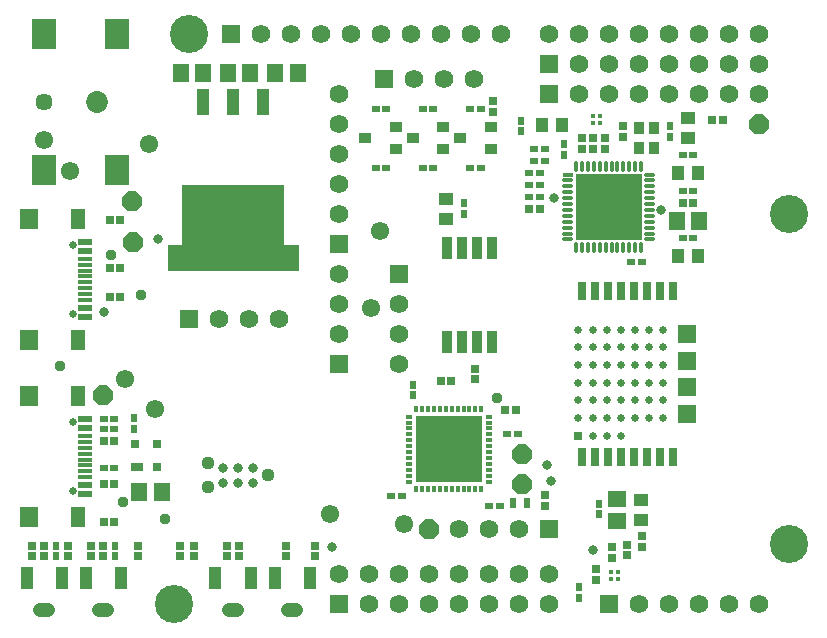
<source format=gbr>
G04 EAGLE Gerber RS-274X export*
G75*
%MOMM*%
%FSLAX34Y34*%
%LPD*%
%INSoldermask Top*%
%IPPOS*%
%AMOC8*
5,1,8,0,0,1.08239X$1,22.5*%
G01*
%ADD10C,3.225800*%
%ADD11R,0.650800X0.550800*%
%ADD12R,0.550800X0.650800*%
%ADD13R,1.050800X0.750800*%
%ADD14R,0.650800X0.750800*%
%ADD15R,0.750800X1.550800*%
%ADD16R,0.762000X1.549400*%
%ADD17C,0.650800*%
%ADD18C,0.660400*%
%ADD19R,0.650800X0.650800*%
%ADD20R,1.550800X1.550800*%
%ADD21C,1.117600*%
%ADD22C,0.838200*%
%ADD23R,0.950800X0.330800*%
%ADD24C,0.330800*%
%ADD25R,5.650800X5.650800*%
%ADD26R,0.850800X1.950800*%
%ADD27R,2.050800X2.550800*%
%ADD28C,1.450800*%
%ADD29C,1.850800*%
%ADD30R,0.450800X0.450800*%
%ADD31R,1.050800X0.850800*%
%ADD32R,1.250800X1.750800*%
%ADD33R,1.150800X0.300800*%
%ADD34R,1.550800X1.750800*%
%ADD35R,1.150800X0.550800*%
%ADD36R,1.050800X1.950800*%
%ADD37C,1.150800*%
%ADD38R,0.550800X0.850800*%
%ADD39R,1.350800X1.550800*%
%ADD40R,1.550800X1.350800*%
%ADD41R,1.050800X1.150800*%
%ADD42R,1.150800X1.050800*%
%ADD43R,1.120800X2.210800*%
%ADD44R,0.685800X1.320800*%
%ADD45R,0.950800X1.050800*%
%ADD46R,0.600800X0.350800*%
%ADD47R,0.350800X0.600800*%
%ADD48R,1.580800X1.580800*%
%ADD49C,1.580800*%
%ADD50P,1.814519X8X22.500000*%
%ADD51C,0.950800*%
%ADD52C,1.550800*%
%ADD53C,0.800800*%

G36*
X245008Y306802D02*
X245008Y306802D01*
X245017Y306801D01*
X245105Y306822D01*
X245195Y306840D01*
X245202Y306845D01*
X245210Y306847D01*
X245283Y306901D01*
X245359Y306953D01*
X245363Y306960D01*
X245370Y306965D01*
X245417Y307043D01*
X245466Y307120D01*
X245467Y307129D01*
X245472Y307136D01*
X245499Y307300D01*
X245499Y328400D01*
X245498Y328408D01*
X245499Y328417D01*
X245478Y328505D01*
X245460Y328595D01*
X245455Y328602D01*
X245453Y328610D01*
X245399Y328683D01*
X245347Y328759D01*
X245340Y328763D01*
X245335Y328770D01*
X245257Y328817D01*
X245180Y328866D01*
X245171Y328867D01*
X245164Y328872D01*
X245000Y328899D01*
X233149Y328899D01*
X233149Y379200D01*
X233148Y379205D01*
X233149Y379209D01*
X233148Y379212D01*
X233149Y379217D01*
X233128Y379305D01*
X233110Y379395D01*
X233105Y379402D01*
X233103Y379410D01*
X233049Y379483D01*
X232997Y379559D01*
X232990Y379563D01*
X232985Y379570D01*
X232907Y379617D01*
X232830Y379666D01*
X232821Y379667D01*
X232814Y379672D01*
X232650Y379699D01*
X147350Y379699D01*
X147342Y379698D01*
X147333Y379699D01*
X147245Y379678D01*
X147155Y379660D01*
X147148Y379655D01*
X147140Y379653D01*
X147067Y379599D01*
X146991Y379547D01*
X146987Y379540D01*
X146980Y379535D01*
X146933Y379457D01*
X146884Y379380D01*
X146883Y379371D01*
X146878Y379364D01*
X146851Y379200D01*
X146851Y328899D01*
X135000Y328899D01*
X134992Y328898D01*
X134983Y328899D01*
X134895Y328878D01*
X134805Y328860D01*
X134798Y328855D01*
X134790Y328853D01*
X134717Y328799D01*
X134641Y328747D01*
X134637Y328740D01*
X134630Y328735D01*
X134583Y328657D01*
X134534Y328580D01*
X134533Y328571D01*
X134528Y328564D01*
X134501Y328400D01*
X134501Y307300D01*
X134502Y307292D01*
X134501Y307283D01*
X134522Y307195D01*
X134540Y307105D01*
X134545Y307098D01*
X134547Y307090D01*
X134601Y307017D01*
X134653Y306941D01*
X134660Y306937D01*
X134665Y306930D01*
X134743Y306883D01*
X134820Y306834D01*
X134829Y306833D01*
X134836Y306828D01*
X135000Y306801D01*
X245000Y306801D01*
X245008Y306802D01*
G37*
D10*
X152400Y508000D03*
X139700Y25400D03*
X660400Y76200D03*
X660400Y355600D03*
D11*
X89500Y173000D03*
X80500Y173000D03*
X80500Y140000D03*
X89500Y140000D03*
X89500Y182000D03*
X80500Y182000D03*
D12*
X106000Y173500D03*
X106000Y182500D03*
D13*
X108500Y141000D03*
D14*
X125500Y141000D03*
X125500Y161000D03*
X106500Y161000D03*
D15*
X562300Y290000D03*
X551300Y290000D03*
X540300Y290000D03*
X529300Y290000D03*
X518300Y290000D03*
X507300Y290000D03*
X496300Y290000D03*
X485300Y290000D03*
D16*
X485300Y150000D03*
X496300Y150000D03*
X507300Y150000D03*
X518300Y150000D03*
X529300Y150000D03*
X540300Y150000D03*
X551300Y150000D03*
X562300Y150000D03*
D17*
X554300Y242500D03*
X542300Y242500D03*
X530300Y242500D03*
X518300Y242500D03*
X506300Y242500D03*
X494300Y242500D03*
X482300Y242500D03*
X554300Y227500D03*
X542300Y227500D03*
X530300Y227500D03*
X518300Y227500D03*
X506300Y227500D03*
X494300Y227500D03*
X482300Y227500D03*
X554300Y212500D03*
X542300Y212500D03*
X530300Y212500D03*
X518300Y212500D03*
X506300Y212500D03*
X494300Y212500D03*
X482300Y212500D03*
X554300Y197500D03*
X542300Y197500D03*
X530300Y197500D03*
X518300Y197500D03*
X506300Y197500D03*
X494300Y197500D03*
X482300Y197500D03*
X554300Y182500D03*
X542300Y182500D03*
X530300Y182500D03*
X518300Y182500D03*
X506300Y182500D03*
X494300Y182500D03*
X482300Y182500D03*
D18*
X518300Y167500D03*
X506300Y167500D03*
X494300Y167500D03*
D19*
X482300Y167500D03*
D20*
X574300Y253750D03*
X574300Y231250D03*
X574300Y208750D03*
X574300Y186250D03*
D17*
X554300Y257500D03*
X542300Y257500D03*
X530300Y257500D03*
X518300Y257500D03*
X506300Y257500D03*
X494300Y257500D03*
X482300Y257500D03*
D12*
X499600Y110000D03*
X499600Y101000D03*
X470000Y405500D03*
X470000Y414500D03*
D11*
X570500Y335000D03*
X579500Y335000D03*
X570500Y405000D03*
X579500Y405000D03*
X445100Y410200D03*
X454100Y410200D03*
X445100Y400200D03*
X454100Y400200D03*
X440500Y390000D03*
X449500Y390000D03*
X440500Y380000D03*
X449500Y380000D03*
X440500Y370000D03*
X449500Y370000D03*
X570500Y375000D03*
X579500Y375000D03*
D19*
X570500Y365000D03*
X579500Y365000D03*
X536000Y82500D03*
X536000Y73500D03*
X523000Y75500D03*
X523000Y66500D03*
X511000Y73500D03*
X511000Y64500D03*
X505000Y410500D03*
X505000Y419500D03*
X485000Y410500D03*
X485000Y419500D03*
X495000Y410500D03*
X495000Y419500D03*
X395000Y224500D03*
X395000Y215500D03*
X454260Y108380D03*
X454260Y117380D03*
X429300Y189800D03*
X420300Y189800D03*
D11*
X333000Y116900D03*
X324000Y116900D03*
X422100Y168700D03*
X431100Y168700D03*
X407000Y108100D03*
X416000Y108100D03*
D12*
X341900Y202000D03*
X341900Y211000D03*
D21*
X219800Y134200D03*
X169000Y124040D03*
X169000Y144360D03*
D22*
X207100Y140550D03*
X207100Y127850D03*
X194400Y140550D03*
X194400Y127850D03*
X181700Y140550D03*
X181700Y127850D03*
D23*
X473300Y388800D03*
D24*
X470200Y383800D02*
X476400Y383800D01*
X476400Y378800D02*
X470200Y378800D01*
X470200Y373800D02*
X476400Y373800D01*
X476400Y368800D02*
X470200Y368800D01*
X470200Y363800D02*
X476400Y363800D01*
X476400Y358800D02*
X470200Y358800D01*
X470200Y353800D02*
X476400Y353800D01*
X476400Y348800D02*
X470200Y348800D01*
X470200Y343800D02*
X476400Y343800D01*
X476400Y338800D02*
X470200Y338800D01*
X470200Y333800D02*
X476400Y333800D01*
X480300Y329900D02*
X480300Y323700D01*
X485300Y323700D02*
X485300Y329900D01*
X490300Y329900D02*
X490300Y323700D01*
X495300Y323700D02*
X495300Y329900D01*
X500300Y329900D02*
X500300Y323700D01*
X505300Y323700D02*
X505300Y329900D01*
X510300Y329900D02*
X510300Y323700D01*
X515300Y323700D02*
X515300Y329900D01*
X520300Y329900D02*
X520300Y323700D01*
X525300Y323700D02*
X525300Y329900D01*
X530300Y329900D02*
X530300Y323700D01*
X535300Y323700D02*
X535300Y329900D01*
X539200Y333800D02*
X545400Y333800D01*
X545400Y338800D02*
X539200Y338800D01*
X539200Y343800D02*
X545400Y343800D01*
X545400Y348800D02*
X539200Y348800D01*
X539200Y353800D02*
X545400Y353800D01*
X545400Y358800D02*
X539200Y358800D01*
X539200Y363800D02*
X545400Y363800D01*
X545400Y368800D02*
X539200Y368800D01*
X539200Y373800D02*
X545400Y373800D01*
X545400Y378800D02*
X539200Y378800D01*
X539200Y383800D02*
X545400Y383800D01*
X545400Y388800D02*
X539200Y388800D01*
X535300Y392700D02*
X535300Y398900D01*
X530300Y398900D02*
X530300Y392700D01*
X525300Y392700D02*
X525300Y398900D01*
X520300Y398900D02*
X520300Y392700D01*
X515300Y392700D02*
X515300Y398900D01*
X510300Y398900D02*
X510300Y392700D01*
X505300Y392700D02*
X505300Y398900D01*
X500300Y398900D02*
X500300Y392700D01*
X495300Y392700D02*
X495300Y398900D01*
X490300Y398900D02*
X490300Y392700D01*
X485300Y392700D02*
X485300Y398900D01*
X480300Y398900D02*
X480300Y392700D01*
D25*
X507800Y361300D03*
D19*
X449500Y360000D03*
X440500Y360000D03*
X80000Y65500D03*
X80000Y74500D03*
D26*
X370750Y247300D03*
X383450Y247300D03*
X396150Y247300D03*
X408850Y247300D03*
X408850Y326300D03*
X396150Y326300D03*
X383450Y326300D03*
X370750Y326300D03*
D19*
X259000Y65500D03*
X259000Y74500D03*
X30000Y65500D03*
X30000Y74500D03*
D11*
X350500Y394600D03*
X359500Y394600D03*
X359500Y444600D03*
X350500Y444600D03*
X399500Y444600D03*
X390500Y444600D03*
X390500Y394600D03*
X399500Y394600D03*
X310500Y394600D03*
X319500Y394600D03*
X319500Y444600D03*
X310500Y444600D03*
D19*
X185000Y65500D03*
X185000Y74500D03*
X145000Y65500D03*
X145000Y74500D03*
X157000Y65500D03*
X157000Y74500D03*
D27*
X30000Y392500D03*
X92000Y392500D03*
X30000Y507500D03*
X92000Y507500D03*
D28*
X30000Y450000D03*
D29*
X75000Y450000D03*
D30*
X516000Y46000D03*
X516000Y52000D03*
X510000Y52000D03*
X510000Y46000D03*
X494754Y438128D03*
X494754Y432128D03*
X500754Y432128D03*
X500754Y438128D03*
D31*
X368000Y410100D03*
X368000Y429100D03*
X342000Y419600D03*
X408000Y410100D03*
X408000Y429100D03*
X382000Y419600D03*
D32*
X59000Y201500D03*
D33*
X64500Y152500D03*
X64500Y147500D03*
X64500Y137500D03*
D32*
X59000Y98500D03*
D34*
X17000Y201500D03*
X17000Y98500D03*
D33*
X64500Y142500D03*
X64500Y132500D03*
X64500Y157500D03*
X64500Y162500D03*
X64500Y167500D03*
D35*
X64500Y174000D03*
X64500Y182000D03*
X64500Y126000D03*
X64500Y118000D03*
D17*
X54000Y178900D03*
X54000Y121100D03*
D32*
X59000Y351500D03*
D33*
X64500Y302500D03*
X64500Y297500D03*
X64500Y287500D03*
D32*
X59000Y248500D03*
D34*
X17000Y351500D03*
X17000Y248500D03*
D33*
X64500Y292500D03*
X64500Y282500D03*
X64500Y307500D03*
X64500Y312500D03*
X64500Y317500D03*
D35*
X64500Y324000D03*
X64500Y332000D03*
X64500Y276000D03*
X64500Y268000D03*
D17*
X54000Y328900D03*
X54000Y271100D03*
D19*
X89500Y163000D03*
X80500Y163000D03*
X89500Y127000D03*
X80500Y127000D03*
X94500Y285000D03*
X85500Y285000D03*
X94500Y310000D03*
X85500Y310000D03*
X94500Y350000D03*
X85500Y350000D03*
X89500Y95000D03*
X80500Y95000D03*
D12*
X560000Y429500D03*
X560000Y420500D03*
D19*
X520000Y429500D03*
X520000Y420500D03*
D36*
X225000Y47500D03*
X255000Y47500D03*
D37*
X243500Y20000D02*
X236500Y20000D01*
D36*
X15000Y47500D03*
X45000Y47500D03*
D37*
X33500Y20000D02*
X26500Y20000D01*
D36*
X65000Y47500D03*
X95000Y47500D03*
D37*
X83500Y20000D02*
X76500Y20000D01*
D36*
X175000Y47500D03*
X205000Y47500D03*
D37*
X193500Y20000D02*
X186500Y20000D01*
D19*
X235000Y74500D03*
X235000Y65500D03*
X20000Y74500D03*
X20000Y65500D03*
X195000Y74500D03*
X195000Y65500D03*
X70000Y74500D03*
X70000Y65500D03*
D38*
X438500Y111020D03*
X426500Y111020D03*
D39*
X129500Y120000D03*
X110500Y120000D03*
X164500Y475000D03*
X145500Y475000D03*
X185500Y475000D03*
X204500Y475000D03*
D40*
X515000Y114500D03*
X515000Y95500D03*
D39*
X565500Y349800D03*
X584500Y349800D03*
D12*
X40000Y65500D03*
X40000Y74500D03*
X90000Y65500D03*
X90000Y74500D03*
X385000Y355500D03*
X385000Y364500D03*
D19*
X604500Y435000D03*
X595500Y435000D03*
D41*
X451500Y430700D03*
X468500Y430700D03*
D42*
X535000Y113500D03*
X535000Y96500D03*
X370000Y351500D03*
X370000Y368500D03*
X575400Y420000D03*
X575400Y437000D03*
D41*
X566500Y320000D03*
X583500Y320000D03*
X566500Y390000D03*
X583500Y390000D03*
D43*
X215400Y450000D03*
X190000Y450000D03*
X164600Y450000D03*
D44*
X190000Y350000D03*
D39*
X244500Y475000D03*
X225500Y475000D03*
D31*
X328000Y410100D03*
X328000Y429100D03*
X302000Y419600D03*
D45*
X533500Y428500D03*
X533500Y411500D03*
X546500Y411500D03*
X546500Y428500D03*
D46*
X406250Y128800D03*
X406250Y133800D03*
X406250Y138800D03*
X406250Y143800D03*
X406250Y148800D03*
X406250Y153800D03*
X406250Y158800D03*
X406250Y163800D03*
X406250Y168800D03*
X406250Y173800D03*
X406250Y178800D03*
X406250Y183800D03*
D47*
X400000Y190050D03*
X395000Y190050D03*
X390000Y190050D03*
X385000Y190050D03*
X380000Y190050D03*
X375000Y190050D03*
X370000Y190050D03*
X365000Y190050D03*
X360000Y190050D03*
X355000Y190050D03*
X350000Y190050D03*
X345000Y190050D03*
D46*
X338750Y183800D03*
X338750Y178800D03*
X338750Y173800D03*
X338750Y168800D03*
X338750Y163800D03*
X338750Y158800D03*
X338750Y153800D03*
X338750Y148800D03*
X338750Y143800D03*
X338750Y138800D03*
X338750Y133800D03*
X338750Y128800D03*
D47*
X345000Y122550D03*
X350000Y122550D03*
X355000Y122550D03*
X360000Y122550D03*
X365000Y122550D03*
X370000Y122550D03*
X375000Y122550D03*
X380000Y122550D03*
X385000Y122550D03*
X390000Y122550D03*
X395000Y122550D03*
X400000Y122550D03*
D25*
X372500Y156300D03*
D11*
X527200Y315100D03*
X536200Y315100D03*
D48*
X457200Y482600D03*
D49*
X457200Y508000D03*
X482600Y482600D03*
X482600Y508000D03*
X508000Y482600D03*
X508000Y508000D03*
X533400Y482600D03*
X533400Y508000D03*
X558800Y482600D03*
X558800Y508000D03*
X584200Y482600D03*
X584200Y508000D03*
X609600Y482600D03*
X609600Y508000D03*
X635000Y482600D03*
X635000Y508000D03*
D48*
X279400Y25400D03*
D49*
X279400Y50800D03*
X304800Y25400D03*
X304800Y50800D03*
X330200Y25400D03*
X330200Y50800D03*
X355600Y25400D03*
X355600Y50800D03*
X381000Y25400D03*
X381000Y50800D03*
X406400Y25400D03*
X406400Y50800D03*
X431800Y25400D03*
X431800Y50800D03*
X457200Y25400D03*
X457200Y50800D03*
D48*
X187960Y508000D03*
D49*
X213360Y508000D03*
X238760Y508000D03*
X264160Y508000D03*
X289560Y508000D03*
X314960Y508000D03*
X340360Y508000D03*
X365760Y508000D03*
X391160Y508000D03*
X416560Y508000D03*
D48*
X457200Y457200D03*
D49*
X482600Y457200D03*
X508000Y457200D03*
X533400Y457200D03*
X558800Y457200D03*
X584200Y457200D03*
X609600Y457200D03*
X635000Y457200D03*
D48*
X508000Y25400D03*
D49*
X533400Y25400D03*
X558800Y25400D03*
X584200Y25400D03*
X609600Y25400D03*
X635000Y25400D03*
D48*
X279400Y228600D03*
D49*
X279400Y254000D03*
X279400Y279400D03*
X279400Y304800D03*
D48*
X330200Y304800D03*
D49*
X330200Y279400D03*
X330200Y254000D03*
X330200Y228600D03*
D48*
X152400Y266700D03*
D49*
X177800Y266700D03*
X203200Y266700D03*
X228600Y266700D03*
D48*
X317500Y469900D03*
D49*
X342900Y469900D03*
X368300Y469900D03*
X393700Y469900D03*
D48*
X279400Y330200D03*
D49*
X279400Y355600D03*
X279400Y381000D03*
X279400Y406400D03*
X279400Y431800D03*
X279400Y457200D03*
D19*
X50000Y74500D03*
X50000Y65500D03*
X109000Y74500D03*
X109000Y65500D03*
X374600Y214200D03*
X365600Y214200D03*
X497000Y45500D03*
X497000Y54500D03*
D12*
X482600Y39300D03*
X482600Y30300D03*
X434000Y434500D03*
X434000Y425500D03*
D19*
X409800Y442100D03*
X409800Y451100D03*
D48*
X457200Y88900D03*
D49*
X431800Y88900D03*
X406400Y88900D03*
X381000Y88900D03*
D50*
X434340Y152400D03*
X434340Y127000D03*
X103900Y366200D03*
X355600Y88900D03*
X105100Y331400D03*
X80000Y202100D03*
X635000Y431800D03*
D51*
X43300Y226500D03*
X96600Y111500D03*
X86600Y320800D03*
X112300Y286800D03*
X132000Y97000D03*
X413000Y200000D03*
D52*
X30000Y418000D03*
X52000Y392000D03*
D53*
X494500Y70900D03*
X273800Y73500D03*
X459134Y129100D03*
X455334Y142600D03*
D52*
X306500Y276200D03*
X314600Y340900D03*
X334950Y93151D03*
X271900Y101700D03*
X123800Y190400D03*
X98200Y216000D03*
X118600Y414700D03*
D53*
X552500Y358700D03*
X461200Y368900D03*
X126200Y334300D03*
X80800Y272500D03*
M02*

</source>
